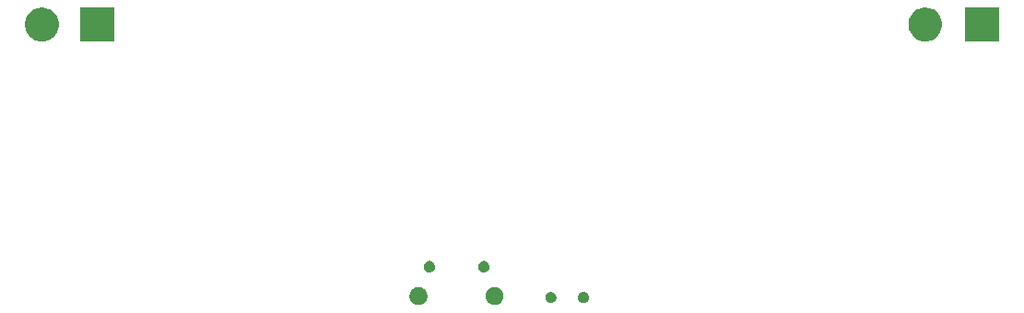
<source format=gbs>
G04 #@! TF.GenerationSoftware,KiCad,Pcbnew,(5.0.2-5-10.14)*
G04 #@! TF.CreationDate,2019-03-10T19:37:15-04:00*
G04 #@! TF.ProjectId,glowtie,676c6f77-7469-4652-9e6b-696361645f70,rev?*
G04 #@! TF.SameCoordinates,Original*
G04 #@! TF.FileFunction,Soldermask,Bot*
G04 #@! TF.FilePolarity,Negative*
%FSLAX46Y46*%
G04 Gerber Fmt 4.6, Leading zero omitted, Abs format (unit mm)*
G04 Created by KiCad (PCBNEW (5.0.2-5-10.14)) date Sunday, March 10, 2019 at 07:37:15 PM*
%MOMM*%
%LPD*%
G01*
G04 APERTURE LIST*
%ADD10C,0.100000*%
G04 APERTURE END LIST*
D10*
G36*
X74860644Y-51483704D02*
X75010784Y-51545894D01*
X75010785Y-51545895D01*
X75145908Y-51636181D01*
X75260819Y-51751092D01*
X75321147Y-51841379D01*
X75351106Y-51886216D01*
X75413296Y-52036356D01*
X75445000Y-52195745D01*
X75445000Y-52358255D01*
X75413296Y-52517644D01*
X75351106Y-52667784D01*
X75351105Y-52667785D01*
X75260819Y-52802908D01*
X75145908Y-52917819D01*
X75055621Y-52978147D01*
X75010784Y-53008106D01*
X74860644Y-53070296D01*
X74701256Y-53102000D01*
X74538744Y-53102000D01*
X74379356Y-53070296D01*
X74229216Y-53008106D01*
X74184379Y-52978147D01*
X74094092Y-52917819D01*
X73979181Y-52802908D01*
X73888895Y-52667785D01*
X73888894Y-52667784D01*
X73826704Y-52517644D01*
X73795000Y-52358255D01*
X73795000Y-52195745D01*
X73826704Y-52036356D01*
X73888894Y-51886216D01*
X73918853Y-51841379D01*
X73979181Y-51751092D01*
X74094092Y-51636181D01*
X74229215Y-51545895D01*
X74229216Y-51545894D01*
X74379356Y-51483704D01*
X74459051Y-51467852D01*
X74538744Y-51452000D01*
X74701256Y-51452000D01*
X74860644Y-51483704D01*
X74860644Y-51483704D01*
G37*
G36*
X67860644Y-51483704D02*
X68010784Y-51545894D01*
X68010785Y-51545895D01*
X68145908Y-51636181D01*
X68260819Y-51751092D01*
X68321147Y-51841379D01*
X68351106Y-51886216D01*
X68413296Y-52036356D01*
X68445000Y-52195745D01*
X68445000Y-52358255D01*
X68413296Y-52517644D01*
X68351106Y-52667784D01*
X68351105Y-52667785D01*
X68260819Y-52802908D01*
X68145908Y-52917819D01*
X68055621Y-52978147D01*
X68010784Y-53008106D01*
X67860644Y-53070296D01*
X67701256Y-53102000D01*
X67538744Y-53102000D01*
X67379356Y-53070296D01*
X67229216Y-53008106D01*
X67184379Y-52978147D01*
X67094092Y-52917819D01*
X66979181Y-52802908D01*
X66888895Y-52667785D01*
X66888894Y-52667784D01*
X66826704Y-52517644D01*
X66795000Y-52358255D01*
X66795000Y-52195745D01*
X66826704Y-52036356D01*
X66888894Y-51886216D01*
X66918853Y-51841379D01*
X66979181Y-51751092D01*
X67094092Y-51636181D01*
X67229215Y-51545895D01*
X67229216Y-51545894D01*
X67379356Y-51483704D01*
X67459051Y-51467852D01*
X67538744Y-51452000D01*
X67701256Y-51452000D01*
X67860644Y-51483704D01*
X67860644Y-51483704D01*
G37*
G36*
X82925843Y-51919214D02*
X82925846Y-51919215D01*
X82925845Y-51919215D01*
X83016839Y-51956906D01*
X83071311Y-51993303D01*
X83098733Y-52011626D01*
X83168374Y-52081267D01*
X83168375Y-52081269D01*
X83223094Y-52163161D01*
X83223094Y-52163162D01*
X83260786Y-52254157D01*
X83280000Y-52350753D01*
X83280000Y-52449247D01*
X83260786Y-52545843D01*
X83260785Y-52545845D01*
X83223094Y-52636839D01*
X83202417Y-52667784D01*
X83168374Y-52718733D01*
X83098733Y-52788374D01*
X83076983Y-52802907D01*
X83016839Y-52843094D01*
X82952495Y-52869746D01*
X82925843Y-52880786D01*
X82829247Y-52900000D01*
X82730753Y-52900000D01*
X82634157Y-52880786D01*
X82607505Y-52869746D01*
X82543161Y-52843094D01*
X82483017Y-52802907D01*
X82461267Y-52788374D01*
X82391626Y-52718733D01*
X82357583Y-52667784D01*
X82336906Y-52636839D01*
X82299215Y-52545845D01*
X82299214Y-52545843D01*
X82280000Y-52449247D01*
X82280000Y-52350753D01*
X82299214Y-52254157D01*
X82336906Y-52163162D01*
X82336906Y-52163161D01*
X82391625Y-52081269D01*
X82391626Y-52081267D01*
X82461267Y-52011626D01*
X82488689Y-51993303D01*
X82543161Y-51956906D01*
X82634155Y-51919215D01*
X82634154Y-51919215D01*
X82634157Y-51919214D01*
X82730753Y-51900000D01*
X82829247Y-51900000D01*
X82925843Y-51919214D01*
X82925843Y-51919214D01*
G37*
G36*
X79925843Y-51919214D02*
X79925846Y-51919215D01*
X79925845Y-51919215D01*
X80016839Y-51956906D01*
X80071311Y-51993303D01*
X80098733Y-52011626D01*
X80168374Y-52081267D01*
X80168375Y-52081269D01*
X80223094Y-52163161D01*
X80223094Y-52163162D01*
X80260786Y-52254157D01*
X80280000Y-52350753D01*
X80280000Y-52449247D01*
X80260786Y-52545843D01*
X80260785Y-52545845D01*
X80223094Y-52636839D01*
X80202417Y-52667784D01*
X80168374Y-52718733D01*
X80098733Y-52788374D01*
X80076983Y-52802907D01*
X80016839Y-52843094D01*
X79952495Y-52869746D01*
X79925843Y-52880786D01*
X79829247Y-52900000D01*
X79730753Y-52900000D01*
X79634157Y-52880786D01*
X79607505Y-52869746D01*
X79543161Y-52843094D01*
X79483017Y-52802907D01*
X79461267Y-52788374D01*
X79391626Y-52718733D01*
X79357583Y-52667784D01*
X79336906Y-52636839D01*
X79299215Y-52545845D01*
X79299214Y-52545843D01*
X79280000Y-52449247D01*
X79280000Y-52350753D01*
X79299214Y-52254157D01*
X79336906Y-52163162D01*
X79336906Y-52163161D01*
X79391625Y-52081269D01*
X79391626Y-52081267D01*
X79461267Y-52011626D01*
X79488689Y-51993303D01*
X79543161Y-51956906D01*
X79634155Y-51919215D01*
X79634154Y-51919215D01*
X79634157Y-51919214D01*
X79730753Y-51900000D01*
X79829247Y-51900000D01*
X79925843Y-51919214D01*
X79925843Y-51919214D01*
G37*
G36*
X73773136Y-49072175D02*
X73829105Y-49095358D01*
X73868681Y-49111751D01*
X73925877Y-49149968D01*
X73954670Y-49169207D01*
X74027793Y-49242330D01*
X74027794Y-49242332D01*
X74085249Y-49328319D01*
X74085249Y-49328320D01*
X74124825Y-49423864D01*
X74145000Y-49525291D01*
X74145000Y-49628709D01*
X74124825Y-49730136D01*
X74101642Y-49786105D01*
X74085249Y-49825681D01*
X74047032Y-49882877D01*
X74027793Y-49911670D01*
X73954670Y-49984793D01*
X73925877Y-50004032D01*
X73868681Y-50042249D01*
X73829105Y-50058642D01*
X73773136Y-50081825D01*
X73671709Y-50102000D01*
X73568291Y-50102000D01*
X73466864Y-50081825D01*
X73410895Y-50058642D01*
X73371319Y-50042249D01*
X73314123Y-50004032D01*
X73285330Y-49984793D01*
X73212207Y-49911670D01*
X73192968Y-49882877D01*
X73154751Y-49825681D01*
X73138358Y-49786105D01*
X73115175Y-49730136D01*
X73095000Y-49628709D01*
X73095000Y-49525291D01*
X73115175Y-49423864D01*
X73154751Y-49328320D01*
X73154751Y-49328319D01*
X73212206Y-49242332D01*
X73212207Y-49242330D01*
X73285330Y-49169207D01*
X73314123Y-49149968D01*
X73371319Y-49111751D01*
X73410895Y-49095358D01*
X73466864Y-49072175D01*
X73568291Y-49052000D01*
X73671709Y-49052000D01*
X73773136Y-49072175D01*
X73773136Y-49072175D01*
G37*
G36*
X68773136Y-49072175D02*
X68829105Y-49095358D01*
X68868681Y-49111751D01*
X68925877Y-49149968D01*
X68954670Y-49169207D01*
X69027793Y-49242330D01*
X69027794Y-49242332D01*
X69085249Y-49328319D01*
X69085249Y-49328320D01*
X69124825Y-49423864D01*
X69145000Y-49525291D01*
X69145000Y-49628709D01*
X69124825Y-49730136D01*
X69101642Y-49786105D01*
X69085249Y-49825681D01*
X69047032Y-49882877D01*
X69027793Y-49911670D01*
X68954670Y-49984793D01*
X68925877Y-50004032D01*
X68868681Y-50042249D01*
X68829105Y-50058642D01*
X68773136Y-50081825D01*
X68671709Y-50102000D01*
X68568291Y-50102000D01*
X68466864Y-50081825D01*
X68410895Y-50058642D01*
X68371319Y-50042249D01*
X68314123Y-50004032D01*
X68285330Y-49984793D01*
X68212207Y-49911670D01*
X68192968Y-49882877D01*
X68154751Y-49825681D01*
X68138358Y-49786105D01*
X68115175Y-49730136D01*
X68095000Y-49628709D01*
X68095000Y-49525291D01*
X68115175Y-49423864D01*
X68154751Y-49328320D01*
X68154751Y-49328319D01*
X68212206Y-49242332D01*
X68212207Y-49242330D01*
X68285330Y-49169207D01*
X68314123Y-49149968D01*
X68371319Y-49111751D01*
X68410895Y-49095358D01*
X68466864Y-49072175D01*
X68568291Y-49052000D01*
X68671709Y-49052000D01*
X68773136Y-49072175D01*
X68773136Y-49072175D01*
G37*
G36*
X120930000Y-28855000D02*
X117830000Y-28855000D01*
X117830000Y-25755000D01*
X120930000Y-25755000D01*
X120930000Y-28855000D01*
X120930000Y-28855000D01*
G37*
G36*
X114475390Y-25784782D02*
X114625118Y-25814565D01*
X114766159Y-25872987D01*
X114907201Y-25931408D01*
X115161069Y-26101037D01*
X115376963Y-26316931D01*
X115546592Y-26570799D01*
X115663435Y-26852883D01*
X115723000Y-27152337D01*
X115723000Y-27457663D01*
X115663435Y-27757117D01*
X115546592Y-28039201D01*
X115376963Y-28293069D01*
X115161069Y-28508963D01*
X114907201Y-28678592D01*
X114766159Y-28737013D01*
X114625118Y-28795435D01*
X114475390Y-28825217D01*
X114325663Y-28855000D01*
X114020337Y-28855000D01*
X113870610Y-28825217D01*
X113720882Y-28795435D01*
X113579841Y-28737013D01*
X113438799Y-28678592D01*
X113184931Y-28508963D01*
X112969037Y-28293069D01*
X112799408Y-28039201D01*
X112682565Y-27757117D01*
X112623000Y-27457663D01*
X112623000Y-27152337D01*
X112682565Y-26852883D01*
X112799408Y-26570799D01*
X112969037Y-26316931D01*
X113184931Y-26101037D01*
X113438799Y-25931408D01*
X113579841Y-25872987D01*
X113720882Y-25814565D01*
X113870610Y-25784782D01*
X114020337Y-25755000D01*
X114325663Y-25755000D01*
X114475390Y-25784782D01*
X114475390Y-25784782D01*
G37*
G36*
X39650000Y-28855000D02*
X36550000Y-28855000D01*
X36550000Y-25755000D01*
X39650000Y-25755000D01*
X39650000Y-28855000D01*
X39650000Y-28855000D01*
G37*
G36*
X33322390Y-25784782D02*
X33472118Y-25814565D01*
X33613159Y-25872987D01*
X33754201Y-25931408D01*
X34008069Y-26101037D01*
X34223963Y-26316931D01*
X34393592Y-26570799D01*
X34510435Y-26852883D01*
X34570000Y-27152337D01*
X34570000Y-27457663D01*
X34510435Y-27757117D01*
X34393592Y-28039201D01*
X34223963Y-28293069D01*
X34008069Y-28508963D01*
X33754201Y-28678592D01*
X33613159Y-28737013D01*
X33472118Y-28795435D01*
X33322390Y-28825217D01*
X33172663Y-28855000D01*
X32867337Y-28855000D01*
X32717610Y-28825217D01*
X32567882Y-28795435D01*
X32426841Y-28737013D01*
X32285799Y-28678592D01*
X32031931Y-28508963D01*
X31816037Y-28293069D01*
X31646408Y-28039201D01*
X31529565Y-27757117D01*
X31470000Y-27457663D01*
X31470000Y-27152337D01*
X31529565Y-26852883D01*
X31646408Y-26570799D01*
X31816037Y-26316931D01*
X32031931Y-26101037D01*
X32285799Y-25931408D01*
X32426841Y-25872987D01*
X32567882Y-25814565D01*
X32717610Y-25784782D01*
X32867337Y-25755000D01*
X33172663Y-25755000D01*
X33322390Y-25784782D01*
X33322390Y-25784782D01*
G37*
M02*

</source>
